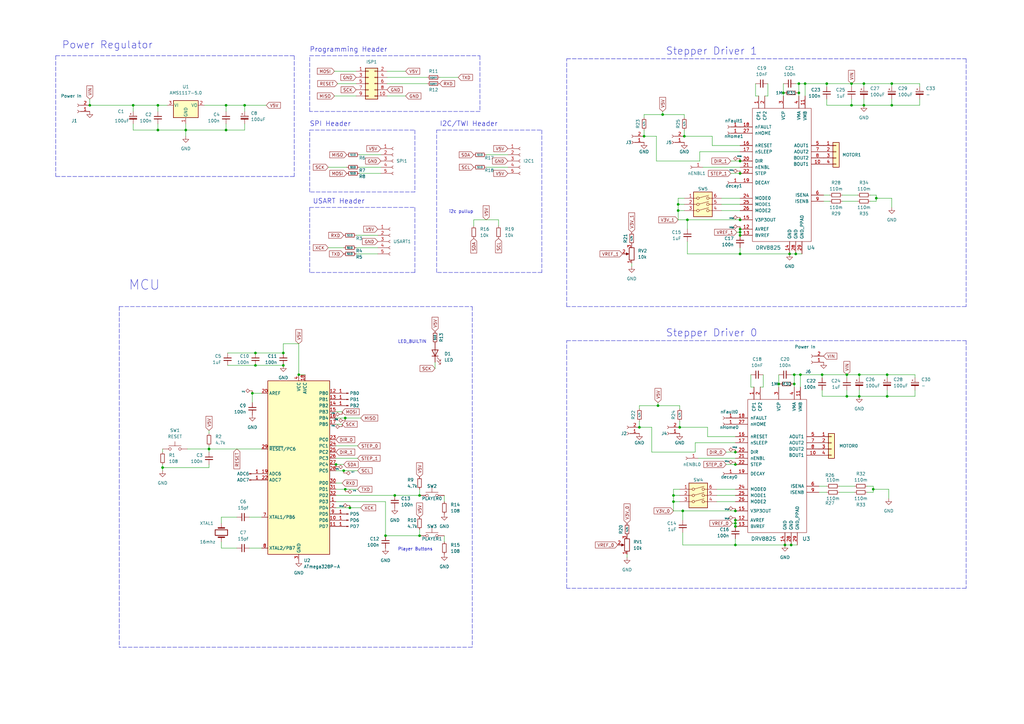
<source format=kicad_sch>
(kicad_sch (version 20211123) (generator eeschema)
  (paper "A3")
  (junction (at 349.25 43.18))
  (junction (at 276.225 203.2))
  (junction (at 278.13 83.82))
  (junction (at 354.33 43.18))
  (junction (at 323.85 104.14))
  (junction (at 326.39 104.14))
  (junction (at 321.31 38.1))
  (junction (at 116.205 149.86))
  (junction (at 303.53 66.04))
  (junction (at 92.71 53.34))
  (junction (at 301.625 185.42))
  (junction (at 303.53 90.17))
  (junction (at 352.425 153.67))
  (junction (at 262.255 175.26))
  (junction (at 352.425 162.56))
  (junction (at 140.97 193.04))
  (junction (at 280.035 209.55))
  (junction (at 324.485 223.52))
  (junction (at 276.225 205.74))
  (junction (at 271.78 46.99))
  (junction (at 301.625 215.9))
  (junction (at 303.53 95.25))
  (junction (at 328.295 153.67))
  (junction (at 365.76 43.18))
  (junction (at 365.76 34.29))
  (junction (at 303.53 93.98))
  (junction (at 303.53 96.52))
  (junction (at 76.2 53.34))
  (junction (at 54.61 43.18))
  (junction (at 104.775 144.78))
  (junction (at 172.085 219.71))
  (junction (at 141.605 171.45))
  (junction (at 358.14 200.66))
  (junction (at 301.625 214.63))
  (junction (at 321.945 223.52))
  (junction (at 158.115 219.71))
  (junction (at 301.625 223.52))
  (junction (at 36.83 43.18))
  (junction (at 92.71 43.18))
  (junction (at 143.51 208.28))
  (junction (at 141.605 200.66))
  (junction (at 281.94 90.17))
  (junction (at 278.765 175.26))
  (junction (at 303.53 104.14))
  (junction (at 330.2 34.29))
  (junction (at 161.925 203.2))
  (junction (at 325.755 157.48))
  (junction (at 339.09 34.29))
  (junction (at 264.16 55.88))
  (junction (at 349.25 34.29))
  (junction (at 66.675 191.77))
  (junction (at 122.555 153.67))
  (junction (at 303.53 71.12))
  (junction (at 301.625 190.5))
  (junction (at 363.855 153.67))
  (junction (at 280.67 55.88))
  (junction (at 100.33 43.18))
  (junction (at 137.795 190.5))
  (junction (at 278.13 86.36))
  (junction (at 172.085 203.2))
  (junction (at 327.66 34.29))
  (junction (at 363.855 162.56))
  (junction (at 104.775 149.86))
  (junction (at 347.345 162.56))
  (junction (at 103.505 161.29))
  (junction (at 301.625 209.55))
  (junction (at 269.875 166.37))
  (junction (at 354.33 34.29))
  (junction (at 319.405 157.48))
  (junction (at 325.755 153.67))
  (junction (at 116.205 144.78))
  (junction (at 301.625 213.36))
  (junction (at 327.66 38.1))
  (junction (at 347.345 153.67))
  (junction (at 85.725 184.15))
  (junction (at 359.41 81.28))
  (junction (at 64.77 43.18))
  (junction (at 337.185 153.67))
  (junction (at 64.77 53.34))
  (wire (pts (xy 359.41 80.01) (xy 359.41 81.28)))
  (wire (pts (xy 285.115 181.61) (xy 301.625 181.61)))
  (wire (pts (xy 377.19 43.18) (xy 365.76 43.18)))
  (wire (pts (xy 319.405 157.48) (xy 319.405 158.75)))
  (wire (pts (xy 337.185 162.56) (xy 347.345 162.56)))
  (wire (pts (xy 264.16 46.99) (xy 264.16 48.26)))
  (wire (pts (xy 267.335 175.26) (xy 262.255 175.26)))
  (wire (pts (xy 303.53 101.6) (xy 303.53 104.14)))
  (wire (pts (xy 54.61 43.18) (xy 54.61 45.72)))
  (wire (pts (xy 276.225 209.55) (xy 276.225 205.74)))
  (wire (pts (xy 323.85 104.14) (xy 326.39 104.14)))
  (wire (pts (xy 280.67 48.26) (xy 280.67 46.99)))
  (wire (pts (xy 278.765 167.64) (xy 278.765 166.37)))
  (wire (pts (xy 290.195 179.07) (xy 290.195 175.26)))
  (wire (pts (xy 276.225 200.66) (xy 278.765 200.66)))
  (wire (pts (xy 292.1 59.69) (xy 292.1 55.88)))
  (wire (pts (xy 269.875 166.37) (xy 262.255 166.37)))
  (wire (pts (xy 147.955 208.28) (xy 143.51 208.28)))
  (wire (pts (xy 303.53 93.98) (xy 303.53 95.25)))
  (wire (pts (xy 276.225 205.74) (xy 276.225 203.2)))
  (wire (pts (xy 204.47 92.71) (xy 204.47 90.17)))
  (wire (pts (xy 345.44 80.01) (xy 351.79 80.01)))
  (wire (pts (xy 375.285 160.02) (xy 375.285 162.56)))
  (wire (pts (xy 64.77 50.8) (xy 64.77 53.34)))
  (polyline (pts (xy 232.41 125.73) (xy 232.41 24.13)))
  (wire (pts (xy 347.345 160.02) (xy 347.345 162.56)))
  (wire (pts (xy 314.96 39.37) (xy 314.96 34.29)))
  (wire (pts (xy 345.44 82.55) (xy 351.79 82.55)))
  (wire (pts (xy 172.085 217.17) (xy 172.085 219.71)))
  (polyline (pts (xy 127 45.72) (xy 127 22.86)))
  (polyline (pts (xy 396.24 24.13) (xy 396.24 125.73)))
  (wire (pts (xy 278.13 86.36) (xy 280.67 86.36)))
  (wire (pts (xy 100.33 43.18) (xy 109.22 43.18)))
  (wire (pts (xy 116.205 144.78) (xy 116.205 140.97)))
  (wire (pts (xy 107.315 184.15) (xy 85.725 184.15)))
  (wire (pts (xy 375.285 162.56) (xy 363.855 162.56)))
  (wire (pts (xy 278.13 86.36) (xy 278.13 83.82)))
  (wire (pts (xy 161.925 203.2) (xy 172.085 203.2)))
  (wire (pts (xy 358.14 200.66) (xy 364.49 200.66)))
  (wire (pts (xy 147.32 71.12) (xy 156.21 71.12)))
  (wire (pts (xy 365.76 81.28) (xy 365.76 85.09)))
  (wire (pts (xy 352.425 162.56) (xy 347.345 162.56)))
  (polyline (pts (xy 396.24 125.73) (xy 232.41 125.73)))
  (wire (pts (xy 301.625 220.98) (xy 301.625 223.52)))
  (wire (pts (xy 66.675 190.5) (xy 66.675 191.77)))
  (wire (pts (xy 297.815 185.42) (xy 301.625 185.42)))
  (wire (pts (xy 158.115 205.74) (xy 137.795 205.74)))
  (wire (pts (xy 92.71 50.8) (xy 92.71 53.34)))
  (wire (pts (xy 359.41 81.28) (xy 359.41 82.55)))
  (wire (pts (xy 64.77 43.18) (xy 54.61 43.18)))
  (wire (pts (xy 147.32 63.5) (xy 156.21 63.5)))
  (wire (pts (xy 359.41 81.28) (xy 365.76 81.28)))
  (wire (pts (xy 137.795 193.04) (xy 140.97 193.04)))
  (polyline (pts (xy 179.07 53.34) (xy 222.25 53.34)))
  (wire (pts (xy 137.795 203.2) (xy 161.925 203.2)))
  (wire (pts (xy 356.87 82.55) (xy 359.41 82.55)))
  (wire (pts (xy 328.295 153.67) (xy 337.185 153.67)))
  (wire (pts (xy 326.39 104.14) (xy 328.93 104.14)))
  (wire (pts (xy 264.16 53.34) (xy 264.16 55.88)))
  (wire (pts (xy 311.785 158.75) (xy 313.055 158.75)))
  (wire (pts (xy 281.94 90.17) (xy 303.53 90.17)))
  (wire (pts (xy 321.31 38.1) (xy 321.31 39.37)))
  (polyline (pts (xy 232.41 241.3) (xy 232.41 139.7)))
  (wire (pts (xy 178.435 148.59) (xy 178.435 151.13)))
  (wire (pts (xy 309.245 158.75) (xy 307.975 158.75)))
  (wire (pts (xy 137.795 171.45) (xy 141.605 171.45)))
  (wire (pts (xy 324.485 223.52) (xy 327.025 223.52)))
  (wire (pts (xy 269.24 66.04) (xy 269.24 55.88)))
  (polyline (pts (xy 232.41 24.13) (xy 396.24 24.13)))
  (wire (pts (xy 377.19 34.29) (xy 377.19 35.56)))
  (wire (pts (xy 271.78 46.99) (xy 264.16 46.99)))
  (wire (pts (xy 354.33 34.29) (xy 365.76 34.29)))
  (wire (pts (xy 122.555 153.67) (xy 125.095 153.67)))
  (wire (pts (xy 363.855 153.67) (xy 363.855 154.94)))
  (wire (pts (xy 301.625 223.52) (xy 321.945 223.52)))
  (polyline (pts (xy 222.25 111.76) (xy 179.07 111.76)))
  (wire (pts (xy 64.77 45.72) (xy 64.77 43.18)))
  (wire (pts (xy 54.61 53.34) (xy 54.61 50.8)))
  (wire (pts (xy 321.945 223.52) (xy 324.485 223.52)))
  (polyline (pts (xy 179.07 111.76) (xy 179.07 53.34)))
  (wire (pts (xy 330.2 34.29) (xy 339.09 34.29)))
  (wire (pts (xy 365.76 43.18) (xy 354.33 43.18)))
  (polyline (pts (xy 48.895 125.73) (xy 193.675 125.73)))
  (polyline (pts (xy 129.54 22.86) (xy 196.85 22.86)))
  (polyline (pts (xy 396.24 139.7) (xy 396.24 241.3)))
  (wire (pts (xy 85.725 190.5) (xy 85.725 191.77)))
  (wire (pts (xy 295.91 86.36) (xy 303.53 86.36)))
  (wire (pts (xy 292.1 59.69) (xy 303.53 59.69)))
  (wire (pts (xy 339.09 34.29) (xy 339.09 35.56)))
  (polyline (pts (xy 127 78.74) (xy 127 53.34)))
  (wire (pts (xy 287.02 62.23) (xy 303.53 62.23)))
  (wire (pts (xy 278.13 90.17) (xy 278.13 86.36)))
  (wire (pts (xy 285.115 181.61) (xy 285.115 185.42)))
  (polyline (pts (xy 170.18 53.34) (xy 170.18 78.74)))
  (wire (pts (xy 259.08 107.95) (xy 259.08 109.22)))
  (wire (pts (xy 363.855 160.02) (xy 363.855 162.56)))
  (wire (pts (xy 327.66 38.1) (xy 327.025 38.1)))
  (wire (pts (xy 347.345 153.67) (xy 352.425 153.67)))
  (wire (pts (xy 326.39 34.29) (xy 327.66 34.29)))
  (wire (pts (xy 90.805 224.79) (xy 97.155 224.79)))
  (polyline (pts (xy 193.675 125.73) (xy 193.675 265.43)))
  (wire (pts (xy 102.235 224.79) (xy 107.315 224.79)))
  (wire (pts (xy 325.755 157.48) (xy 325.755 158.75)))
  (wire (pts (xy 76.2 53.34) (xy 76.2 55.88)))
  (wire (pts (xy 90.805 222.25) (xy 90.805 224.79)))
  (wire (pts (xy 321.31 34.29) (xy 321.31 38.1)))
  (wire (pts (xy 300.355 214.63) (xy 301.625 214.63)))
  (wire (pts (xy 147.32 68.58) (xy 156.21 68.58)))
  (wire (pts (xy 278.765 172.72) (xy 278.765 175.26)))
  (wire (pts (xy 103.505 161.29) (xy 107.315 161.29)))
  (wire (pts (xy 276.225 203.2) (xy 276.225 200.66)))
  (wire (pts (xy 278.13 83.82) (xy 278.13 81.28)))
  (wire (pts (xy 335.915 201.93) (xy 339.09 201.93)))
  (polyline (pts (xy 127 85.09) (xy 170.18 85.09)))
  (wire (pts (xy 311.15 39.37) (xy 309.88 39.37)))
  (wire (pts (xy 297.815 190.5) (xy 301.625 190.5)))
  (wire (pts (xy 134.62 101.6) (xy 140.97 101.6)))
  (wire (pts (xy 337.185 160.02) (xy 337.185 162.56)))
  (polyline (pts (xy 127 22.86) (xy 129.54 22.86)))
  (wire (pts (xy 339.09 34.29) (xy 349.25 34.29)))
  (wire (pts (xy 269.875 165.1) (xy 269.875 166.37)))
  (wire (pts (xy 64.77 53.34) (xy 76.2 53.34)))
  (polyline (pts (xy 170.18 111.76) (xy 127 111.76)))
  (wire (pts (xy 137.16 39.37) (xy 146.05 39.37)))
  (wire (pts (xy 182.245 203.2) (xy 182.245 205.74)))
  (wire (pts (xy 280.035 209.55) (xy 280.035 213.36)))
  (wire (pts (xy 328.295 153.67) (xy 325.755 153.67)))
  (wire (pts (xy 140.335 173.99) (xy 137.795 173.99)))
  (wire (pts (xy 134.62 68.58) (xy 142.24 68.58)))
  (polyline (pts (xy 193.675 265.43) (xy 48.895 265.43)))
  (wire (pts (xy 267.335 185.42) (xy 267.335 175.26)))
  (polyline (pts (xy 127 53.34) (xy 170.18 53.34)))
  (wire (pts (xy 352.425 153.67) (xy 352.425 154.94)))
  (wire (pts (xy 339.09 40.64) (xy 339.09 43.18)))
  (wire (pts (xy 299.72 66.04) (xy 303.53 66.04)))
  (wire (pts (xy 363.855 162.56) (xy 352.425 162.56)))
  (wire (pts (xy 294.005 203.2) (xy 301.625 203.2)))
  (wire (pts (xy 100.33 43.18) (xy 100.33 45.72)))
  (wire (pts (xy 377.19 40.64) (xy 377.19 43.18)))
  (wire (pts (xy 344.17 201.93) (xy 350.52 201.93)))
  (wire (pts (xy 365.76 34.29) (xy 377.19 34.29)))
  (wire (pts (xy 276.225 205.74) (xy 278.765 205.74)))
  (wire (pts (xy 76.2 50.8) (xy 76.2 53.34)))
  (wire (pts (xy 262.255 172.72) (xy 262.255 175.26)))
  (wire (pts (xy 66.675 191.77) (xy 66.675 193.04)))
  (wire (pts (xy 281.94 104.14) (xy 303.53 104.14)))
  (wire (pts (xy 278.13 90.17) (xy 281.94 90.17)))
  (wire (pts (xy 358.14 200.66) (xy 358.14 201.93)))
  (wire (pts (xy 100.33 50.8) (xy 100.33 53.34)))
  (wire (pts (xy 140.97 190.5) (xy 137.795 190.5)))
  (wire (pts (xy 271.78 45.72) (xy 271.78 46.99)))
  (wire (pts (xy 93.345 149.86) (xy 104.775 149.86)))
  (wire (pts (xy 309.88 39.37) (xy 309.88 34.29)))
  (wire (pts (xy 354.33 43.18) (xy 349.25 43.18)))
  (polyline (pts (xy 48.895 125.73) (xy 48.895 265.43)))
  (wire (pts (xy 280.035 223.52) (xy 301.625 223.52)))
  (wire (pts (xy 85.725 176.53) (xy 85.725 177.8)))
  (polyline (pts (xy 22.86 22.86) (xy 22.86 72.39)))
  (wire (pts (xy 280.67 46.99) (xy 271.78 46.99)))
  (wire (pts (xy 278.13 81.28) (xy 280.67 81.28)))
  (wire (pts (xy 354.33 40.64) (xy 354.33 43.18)))
  (wire (pts (xy 352.425 153.67) (xy 363.855 153.67)))
  (wire (pts (xy 204.47 90.17) (xy 194.31 90.17)))
  (wire (pts (xy 319.405 153.67) (xy 319.405 157.48)))
  (wire (pts (xy 36.83 43.18) (xy 54.61 43.18)))
  (wire (pts (xy 143.51 208.28) (xy 137.795 208.28)))
  (wire (pts (xy 280.035 209.55) (xy 301.625 209.55)))
  (polyline (pts (xy 396.24 241.3) (xy 232.41 241.3)))
  (wire (pts (xy 299.72 71.12) (xy 303.53 71.12)))
  (wire (pts (xy 180.34 31.75) (xy 187.96 31.75)))
  (wire (pts (xy 93.345 144.78) (xy 104.775 144.78)))
  (wire (pts (xy 137.795 182.88) (xy 146.685 182.88)))
  (wire (pts (xy 285.115 185.42) (xy 267.335 185.42)))
  (wire (pts (xy 287.02 66.04) (xy 269.24 66.04)))
  (wire (pts (xy 146.05 96.52) (xy 154.94 96.52)))
  (wire (pts (xy 280.035 218.44) (xy 280.035 223.52)))
  (wire (pts (xy 303.53 104.14) (xy 323.85 104.14)))
  (wire (pts (xy 262.255 166.37) (xy 262.255 167.64)))
  (polyline (pts (xy 170.18 85.09) (xy 170.18 111.76)))
  (wire (pts (xy 141.605 200.66) (xy 146.685 200.66)))
  (wire (pts (xy 290.195 175.26) (xy 278.765 175.26)))
  (wire (pts (xy 287.02 62.23) (xy 287.02 66.04)))
  (wire (pts (xy 138.43 34.29) (xy 146.05 34.29)))
  (wire (pts (xy 76.835 184.15) (xy 85.725 184.15)))
  (wire (pts (xy 365.76 34.29) (xy 365.76 35.56)))
  (wire (pts (xy 280.67 53.34) (xy 280.67 55.88)))
  (wire (pts (xy 327.66 34.29) (xy 327.66 38.1)))
  (wire (pts (xy 90.805 212.09) (xy 90.805 214.63)))
  (wire (pts (xy 158.75 31.75) (xy 175.26 31.75)))
  (wire (pts (xy 66.675 191.77) (xy 85.725 191.77)))
  (wire (pts (xy 85.725 184.15) (xy 85.725 185.42)))
  (wire (pts (xy 85.725 182.88) (xy 85.725 184.15)))
  (wire (pts (xy 276.225 203.2) (xy 278.765 203.2)))
  (wire (pts (xy 290.195 179.07) (xy 301.625 179.07)))
  (wire (pts (xy 90.805 212.09) (xy 97.155 212.09)))
  (wire (pts (xy 330.2 39.37) (xy 330.2 34.29)))
  (wire (pts (xy 328.295 158.75) (xy 328.295 153.67)))
  (wire (pts (xy 337.82 80.01) (xy 340.36 80.01)))
  (wire (pts (xy 278.765 166.37) (xy 269.875 166.37)))
  (wire (pts (xy 36.83 40.64) (xy 36.83 43.18)))
  (wire (pts (xy 363.855 153.67) (xy 375.285 153.67)))
  (wire (pts (xy 294.005 205.74) (xy 301.625 205.74)))
  (wire (pts (xy 257.175 227.33) (xy 257.175 228.6)))
  (wire (pts (xy 349.25 40.64) (xy 349.25 43.18)))
  (wire (pts (xy 344.17 199.39) (xy 350.52 199.39)))
  (wire (pts (xy 83.82 43.18) (xy 92.71 43.18)))
  (wire (pts (xy 349.25 34.29) (xy 349.25 35.56)))
  (wire (pts (xy 301.625 214.63) (xy 301.625 215.9)))
  (wire (pts (xy 307.975 158.75) (xy 307.975 153.67)))
  (wire (pts (xy 182.245 219.71) (xy 182.245 222.25)))
  (wire (pts (xy 302.26 95.25) (xy 303.53 95.25)))
  (wire (pts (xy 337.185 153.67) (xy 347.345 153.67)))
  (wire (pts (xy 158.75 39.37) (xy 166.37 39.37)))
  (wire (pts (xy 194.31 90.17) (xy 194.31 92.71)))
  (wire (pts (xy 295.91 81.28) (xy 303.53 81.28)))
  (wire (pts (xy 319.405 157.48) (xy 320.04 157.48)))
  (wire (pts (xy 347.345 153.67) (xy 347.345 154.94)))
  (wire (pts (xy 327.66 38.1) (xy 327.66 39.37)))
  (wire (pts (xy 292.1 55.88) (xy 280.67 55.88)))
  (wire (pts (xy 355.6 201.93) (xy 358.14 201.93)))
  (wire (pts (xy 172.085 200.66) (xy 172.085 203.2)))
  (wire (pts (xy 321.945 38.1) (xy 321.31 38.1)))
  (wire (pts (xy 337.185 153.67) (xy 337.185 154.94)))
  (wire (pts (xy 354.33 34.29) (xy 354.33 35.56)))
  (wire (pts (xy 140.97 193.04) (xy 146.685 193.04)))
  (wire (pts (xy 199.39 63.5) (xy 208.28 63.5)))
  (wire (pts (xy 141.605 171.45) (xy 147.955 171.45)))
  (wire (pts (xy 103.505 165.1) (xy 103.505 161.29)))
  (wire (pts (xy 281.94 90.17) (xy 281.94 93.98)))
  (wire (pts (xy 325.12 157.48) (xy 325.755 157.48)))
  (wire (pts (xy 116.205 140.97) (xy 122.555 140.97)))
  (wire (pts (xy 375.285 153.67) (xy 375.285 154.94)))
  (wire (pts (xy 301.625 213.36) (xy 301.625 214.63)))
  (wire (pts (xy 102.235 212.09) (xy 107.315 212.09)))
  (wire (pts (xy 158.75 34.29) (xy 175.26 34.29)))
  (wire (pts (xy 104.775 144.78) (xy 116.205 144.78)))
  (wire (pts (xy 199.39 68.58) (xy 208.28 68.58)))
  (polyline (pts (xy 196.85 22.86) (xy 196.85 45.72)))
  (wire (pts (xy 137.16 29.21) (xy 146.05 29.21)))
  (wire (pts (xy 137.795 187.96) (xy 146.685 187.96)))
  (wire (pts (xy 295.91 83.82) (xy 303.53 83.82)))
  (wire (pts (xy 313.055 158.75) (xy 313.055 153.67)))
  (wire (pts (xy 64.77 43.18) (xy 68.58 43.18)))
  (wire (pts (xy 146.05 101.6) (xy 154.94 101.6)))
  (wire (pts (xy 276.225 209.55) (xy 280.035 209.55)))
  (wire (pts (xy 337.82 82.55) (xy 340.36 82.55)))
  (wire (pts (xy 288.29 68.58) (xy 303.53 68.58)))
  (wire (pts (xy 92.71 43.18) (xy 100.33 43.18)))
  (polyline (pts (xy 170.18 78.74) (xy 127 78.74)))
  (wire (pts (xy 349.25 34.29) (xy 354.33 34.29)))
  (wire (pts (xy 358.14 199.39) (xy 358.14 200.66)))
  (wire (pts (xy 324.485 153.67) (xy 325.755 153.67)))
  (wire (pts (xy 146.05 104.14) (xy 154.94 104.14)))
  (wire (pts (xy 66.675 184.15) (xy 66.675 185.42)))
  (wire (pts (xy 365.76 40.64) (xy 365.76 43.18)))
  (wire (pts (xy 140.335 198.12) (xy 137.795 198.12)))
  (polyline (pts (xy 196.85 45.72) (xy 127 45.72)))
  (wire (pts (xy 104.775 149.86) (xy 116.205 149.86)))
  (wire (pts (xy 122.555 140.97) (xy 122.555 153.67)))
  (wire (pts (xy 286.385 187.96) (xy 301.625 187.96)))
  (wire (pts (xy 92.71 53.34) (xy 76.2 53.34)))
  (wire (pts (xy 364.49 200.66) (xy 364.49 204.47)))
  (wire (pts (xy 158.115 219.71) (xy 172.085 219.71)))
  (wire (pts (xy 356.87 80.01) (xy 359.41 80.01)))
  (polyline (pts (xy 232.41 139.7) (xy 396.24 139.7)))
  (polyline (pts (xy 222.25 53.34) (xy 222.25 111.76)))
  (wire (pts (xy 352.425 160.02) (xy 352.425 162.56)))
  (wire (pts (xy 303.53 95.25) (xy 303.53 96.52)))
  (polyline (pts (xy 127 111.76) (xy 127 85.09)))
  (wire (pts (xy 294.005 200.66) (xy 301.625 200.66)))
  (wire (pts (xy 313.69 39.37) (xy 314.96 39.37)))
  (wire (pts (xy 269.24 55.88) (xy 264.16 55.88)))
  (wire (pts (xy 281.94 99.06) (xy 281.94 104.14)))
  (wire (pts (xy 335.915 199.39) (xy 339.09 199.39)))
  (wire (pts (xy 92.71 43.18) (xy 92.71 45.72)))
  (wire (pts (xy 325.755 153.67) (xy 325.755 157.48)))
  (wire (pts (xy 355.6 199.39) (xy 358.14 199.39)))
  (wire (pts (xy 92.71 53.34) (xy 100.33 53.34)))
  (polyline (pts (xy 120.65 72.39) (xy 22.86 72.39)))
  (wire (pts (xy 137.795 200.66) (xy 141.605 200.66)))
  (wire (pts (xy 278.13 83.82) (xy 280.67 83.82)))
  (wire (pts (xy 158.115 219.71) (xy 158.115 205.74)))
  (polyline (pts (xy 120.65 22.86) (xy 120.65 72.39)))
  (wire (pts (xy 158.75 29.21) (xy 166.37 29.21)))
  (wire (pts (xy 339.09 43.18) (xy 349.25 43.18)))
  (wire (pts (xy 330.2 34.29) (xy 327.66 34.29)))
  (wire (pts (xy 140.335 168.91) (xy 137.795 168.91)))
  (polyline (pts (xy 22.86 22.86) (xy 120.65 22.86)))
  (wire (pts (xy 64.77 53.34) (xy 54.61 53.34)))
  (text "Player Buttons" (at 163.195 226.06 0) (effects (font (size 1.27 1.27)) (justify left bottom)))
  (text "Stepper Driver 0" (at 273.05 138.43 0) (effects (font (size 3 3)) (justify left bottom)))
  (text "USART Header" (at 128.27 83.82 0) (effects (font (size 2 2)) (justify left bottom)))
  (text "SPI Header" (at 127 52.07 0) (effects (font (size 2 2)) (justify left bottom)))
  (text "i2c pullup" (at 184.15 87.63 0) (effects (font (size 1.27 1.27)) (justify left bottom)))
  (text "I2C/TWI Header" (at 180.34 52.07 0) (effects (font (size 2 2)) (justify left bottom)))
  (text "MCU" (at 52.705 119.38 0) (effects (font (size 4 4)) (justify left bottom)))
  (text "Stepper Driver 1" (at 273.05 22.86 0) (effects (font (size 3 3)) (justify left bottom)))
  (text "LED_BUILTIN" (at 163.195 140.97 0) (effects (font (size 1.27 1.27)) (justify left bottom)))
  (text "Power Regulator" (at 25.4 20.32 0) (effects (font (size 3 3)) (justify left bottom)))
  (text "Programming Header" (at 127 21.59 0) (effects (font (size 2 2)) (justify left bottom)))
  (global_label "TXD" (shape input) (at 140.97 104.14 180) (property "Intersheet References" "${INTERSHEET_REFS}" (effects hide)))
  (global_label "SCK" (shape input) (at 140.335 173.99 0) (property "Intersheet References" "${INTERSHEET_REFS}" (effects hide)))
  (global_label "V5V" (shape input) (at 85.725 176.53 90) (property "Intersheet References" "${INTERSHEET_REFS}" (effects hide)))
  (global_label "RESET" (shape input) (at 138.43 34.29 180) (property "Intersheet References" "${INTERSHEET_REFS}" (effects hide)))
  (global_label "V5V" (shape input) (at 269.875 165.1 90) (property "Intersheet References" "${INTERSHEET_REFS}" (effects hide)))
  (global_label "V5V" (shape input) (at 154.94 93.98 180) (property "Intersheet References" "${INTERSHEET_REFS}" (effects hide)))
  (global_label "V5V" (shape input) (at 208.28 71.12 180) (property "Intersheet References" "${INTERSHEET_REFS}" (effects hide)))
  (global_label "V3V_1" (shape input) (at 259.08 95.25 90) (property "Intersheet References" "${INTERSHEET_REFS}" (effects hide)))
  (global_label "VREF_1" (shape input) (at 255.27 104.14 180) (property "Intersheet References" "${INTERSHEET_REFS}" (effects hide)))
  (global_label "VREF_1" (shape input) (at 302.26 95.25 180) (property "Intersheet References" "${INTERSHEET_REFS}" (effects hide)))
  (global_label "GND" (shape input) (at 146.05 31.75 180) (property "Intersheet References" "${INTERSHEET_REFS}" (effects hide)))
  (global_label "SDA" (shape input) (at 194.31 63.5 180) (property "Intersheet References" "${INTERSHEET_REFS}" (effects hide)))
  (global_label "SCL" (shape input) (at 204.47 97.79 270) (property "Intersheet References" "${INTERSHEET_REFS}" (effects hide)))
  (global_label "DIR_1" (shape input) (at 299.72 66.04 180) (property "Intersheet References" "${INTERSHEET_REFS}" (effects hide)))
  (global_label "DIR_1" (shape input) (at 137.795 185.42 0) (property "Intersheet References" "${INTERSHEET_REFS}" (effects hide)))
  (global_label "V5V" (shape input) (at 166.37 29.21 0) (property "Intersheet References" "${INTERSHEET_REFS}" (effects hide)))
  (global_label "V5V" (shape input) (at 199.39 90.17 90) (property "Intersheet References" "${INTERSHEET_REFS}" (effects hide)))
  (global_label "MISO" (shape input) (at 137.16 39.37 180) (property "Intersheet References" "${INTERSHEET_REFS}" (effects hide)))
  (global_label "SDA" (shape input) (at 194.31 97.79 270) (property "Intersheet References" "${INTERSHEET_REFS}" (effects hide)))
  (global_label "V5V" (shape input) (at 172.085 195.58 90) (property "Intersheet References" "${INTERSHEET_REFS}" (effects hide)))
  (global_label "VIN" (shape input) (at 347.345 153.67 90) (property "Intersheet References" "${INTERSHEET_REFS}" (effects hide)))
  (global_label "SCK" (shape input) (at 134.62 68.58 180) (property "Intersheet References" "${INTERSHEET_REFS}" (effects hide)))
  (global_label "MOSI" (shape input) (at 140.335 168.91 0) (property "Intersheet References" "${INTERSHEET_REFS}" (effects hide)))
  (global_label "V5V" (shape input) (at 208.28 60.96 180) (property "Intersheet References" "${INTERSHEET_REFS}" (effects hide)))
  (global_label "GND" (shape input) (at 158.75 36.83 0) (property "Intersheet References" "${INTERSHEET_REFS}" (effects hide)))
  (global_label "VREF_0" (shape input) (at 253.365 223.52 180) (property "Intersheet References" "${INTERSHEET_REFS}" (effects hide)))
  (global_label "RXD" (shape input) (at 180.34 34.29 0) (property "Intersheet References" "${INTERSHEET_REFS}" (effects hide)))
  (global_label "V5V" (shape input) (at 172.085 212.09 90) (property "Intersheet References" "${INTERSHEET_REFS}" (effects hide)))
  (global_label "VIN" (shape input) (at 349.25 34.29 90) (property "Intersheet References" "${INTERSHEET_REFS}" (effects hide)))
  (global_label "DIR_0" (shape input) (at 137.795 180.34 0) (property "Intersheet References" "${INTERSHEET_REFS}" (effects hide)))
  (global_label "GND" (shape input) (at 434.34 313.69 90) (property "Intersheet References" "${INTERSHEET_REFS}" (effects hide)))
  (global_label "STEP_1" (shape input) (at 299.72 71.12 180) (property "Intersheet References" "${INTERSHEET_REFS}" (effects hide)))
  (global_label "GND" (shape input) (at 156.21 66.04 180) (property "Intersheet References" "${INTERSHEET_REFS}" (effects hide)))
  (global_label "VIN" (shape input) (at 337.82 146.05 0) (property "Intersheet References" "${INTERSHEET_REFS}" (effects hide)))
  (global_label "V3V_0" (shape input) (at 276.225 209.55 180) (property "Intersheet References" "${INTERSHEET_REFS}" (effects hide)))
  (global_label "VIN" (shape input) (at 36.83 40.64 90) (property "Intersheet References" "${INTERSHEET_REFS}" (effects hide)))
  (global_label "SCK" (shape input) (at 146.05 36.83 180) (property "Intersheet References" "${INTERSHEET_REFS}" (effects hide)))
  (global_label "MOSI" (shape input) (at 142.24 71.12 180) (property "Intersheet References" "${INTERSHEET_REFS}" (effects hide)))
  (global_label "RXD" (shape input) (at 140.335 198.12 0) (property "Intersheet References" "${INTERSHEET_REFS}" (effects hide)))
  (global_label "TXD" (shape input) (at 146.685 200.66 0) (property "Intersheet References" "${INTERSHEET_REFS}" (effects hide)))
  (global_label "V3V_0" (shape input) (at 257.175 214.63 90) (property "Intersheet References" "${INTERSHEET_REFS}" (effects hide)))
  (global_label "MISO" (shape input) (at 147.955 171.45 0) (property "Intersheet References" "${INTERSHEET_REFS}" (effects hide)))
  (global_label "GND" (shape input) (at 166.37 39.37 0) (property "Intersheet References" "${INTERSHEET_REFS}" (effects hide)))
  (global_label "V5V" (shape input) (at 271.78 45.72 90) (property "Intersheet References" "${INTERSHEET_REFS}" (effects hide)))
  (global_label "XCK" (shape input) (at 147.955 208.28 0) (property "Intersheet References" "${INTERSHEET_REFS}" (effects hide)))
  (global_label "DIR_0" (shape input) (at 297.815 185.42 180) (property "Intersheet References" "${INTERSHEET_REFS}" (effects hide)))
  (global_label "SCL" (shape input) (at 146.685 193.04 0) (property "Intersheet References" "${INTERSHEET_REFS}" (effects hide)))
  (global_label "RXD" (shape input) (at 140.97 96.52 180) (property "Intersheet References" "${INTERSHEET_REFS}" (effects hide)))
  (global_label "V3V_1" (shape input) (at 278.13 90.17 180) (property "Intersheet References" "${INTERSHEET_REFS}" (effects hide)))
  (global_label "STEP_0" (shape input) (at 146.685 182.88 0) (property "Intersheet References" "${INTERSHEET_REFS}" (effects hide)))
  (global_label "GND" (shape input) (at 208.28 66.04 180) (property "Intersheet References" "${INTERSHEET_REFS}" (effects hide)))
  (global_label "STEP_0" (shape input) (at 297.815 190.5 180) (property "Intersheet References" "${INTERSHEET_REFS}" (effects hide)))
  (global_label "GND" (shape input) (at 154.94 99.06 180) (property "Intersheet References" "${INTERSHEET_REFS}" (effects hide)))
  (global_label "SCL" (shape input) (at 194.31 68.58 180) (property "Intersheet References" "${INTERSHEET_REFS}" (effects hide)))
  (global_label "V5V" (shape input) (at 122.555 140.97 90) (property "Intersheet References" "${INTERSHEET_REFS}" (effects hide)))
  (global_label "RESET" (shape input) (at 97.155 184.15 270) (property "Intersheet References" "${INTERSHEET_REFS}" (effects hide)))
  (global_label "MISO" (shape input) (at 142.24 63.5 180) (property "Intersheet References" "${INTERSHEET_REFS}" (effects hide)))
  (global_label "V5V" (shape input) (at 156.21 60.96 180) (property "Intersheet References" "${INTERSHEET_REFS}" (effects hide)))
  (global_label "XCK" (shape input) (at 134.62 101.6 180) (property "Intersheet References" "${INTERSHEET_REFS}" (effects hide)))
  (global_label "STEP_1" (shape input) (at 146.685 187.96 0) (property "Intersheet References" "${INTERSHEET_REFS}" (effects hide)))
  (global_label "V5V" (shape input) (at 178.435 135.89 90) (property "Intersheet References" "${INTERSHEET_REFS}" (effects hide)))
  (global_label "V5V" (shape input) (at 109.22 43.18 0) (property "Intersheet References" "${INTERSHEET_REFS}" (effects hide)))
  (global_label "SDA" (shape input) (at 140.97 190.5 0) (property "Intersheet References" "${INTERSHEET_REFS}" (effects hide)))
  (global_label "VREF_0" (shape input) (at 300.355 214.63 180) (property "Intersheet References" "${INTERSHEET_REFS}" (effects hide)))
  (global_label "SCK" (shape input) (at 178.435 151.13 180) (property "Intersheet References" "${INTERSHEET_REFS}" (effects hide)))
  (global_label "TXD" (shape input) (at 187.96 31.75 0) (property "Intersheet References" "${INTERSHEET_REFS}" (effects hide)))
  (global_label "MOSI" (shape input) (at 137.16 29.21 180) (property "Intersheet References" "${INTERSHEET_REFS}" (effects hide)))
  (symbol (lib_id "Device:C_Small") (at 281.94 96.52 0) (mirror y) (unit 1)
    (property "Reference" "C15" (at 279.4 95.2562 0) (effects (justify left)))
    (property "Value" "1uF" (at 279.4 97.7962 0) (effects (justify left)))
    (property "Footprint" "Capacitor_SMD:C_0805_2012Metric" (effects hide))
  )
  (symbol (lib_id "power:GND") (at 76.2 55.88 0) (unit 1)
    (property "Reference" "#PWR03" (effects hide))
    (property "Value" "GND" (at 76.2 60.96 0))
  )
  (symbol (lib_id "power:GND") (at 354.33 43.18 0) (unit 1)
    (property "Reference" "#PWR019" (effects hide))
    (property "Value" "GND" (at 354.33 48.26 0))
  )
  (symbol (lib_id "Device:R_Small") (at 85.725 180.34 0) (unit 1)
    (property "Reference" "R2" (at 88.265 179.0699 0) (effects (justify left)))
    (property "Value" "4.7k" (at 88.265 181.6099 0) (effects (justify left)))
    (property "Footprint" "Resistor_SMD:R_0805_2012Metric_Pad1.20x1.40mm_HandSolder" (effects hide))
  )
  (symbol (lib_id "Device:C_Small") (at 303.53 99.06 0) (mirror y) (unit 1)
    (property "Reference" "C17" (at 300.99 97.7962 0) (effects (justify left)))
    (property "Value" "100n" (at 300.99 100.3362 0) (effects (justify left)))
    (property "Footprint" "Capacitor_SMD:C_0805_2012Metric" (effects hide))
  )
  (symbol (lib_id "Connector:Conn_01x01_Female") (at 298.45 52.07 180) (unit 1)
    (property "Reference" "nFault1" (at 300.99 49.53 0))
    (property "Value" "-" (effects hide))
    (property "Footprint" "Connector_PinHeader_2.54mm:PinHeader_1x01_P2.54mm_Vertical" (effects hide))
  )
  (symbol (lib_id "Device:C_Small") (at 99.695 224.79 90) (unit 1)
    (property "Reference" "C7" (at 99.7013 218.44 90))
    (property "Value" "15pf" (at 99.7013 220.98 90))
    (property "Footprint" "Capacitor_SMD:C_0805_2012Metric" (effects hide))
  )
  (symbol (lib_id "Connector:TestPoint_Alt") (at 140.335 168.91 0) (mirror x) (unit 1)
    (property "Reference" "TP5" (at 135.89 169.545 0) (effects (font (size 0.5 0.5)) (justify left)))
    (property "Value" "-" (effects hide))
    (property "Footprint" "lib:testpoint" (effects hide))
  )
  (symbol (lib_id "EREBUS-DRV025A-cache:EREBUS-DRV025A-rescue_DRV8825") (at 320.675 193.04 0) (unit 1)
    (property "Reference" "U3" (at 329.0444 220.98 0) (effects (font (size 1.524 1.524)) (justify left)))
    (property "Value" "DRV8825" (at 307.975 220.98 0) (effects (font (size 1.524 1.524)) (justify left)))
    (property "Footprint" "lib:HTSSOP-28_4.4x9.7mm_Pitch0.65mm_ThermalPad" (effects hide))
    (property "Datasheet" "https://www.ti.com/lit/ds/symlink/drv8825.pdf" (effects hide))
  )
  (symbol (lib_id "power:GND") (at 182.245 210.82 0) (unit 1)
    (property "Reference" "#PWR09" (effects hide))
    (property "Value" "GND" (at 182.245 215.9 0))
  )
  (symbol (lib_id "Connector:TestPoint_Alt") (at 303.53 66.04 0) (unit 1)
    (property "Reference" "TP20" (at 302.26 64.135 0) (effects (font (size 0.5 0.5)) (justify left)))
    (property "Value" "-" (effects hide))
    (property "Footprint" "lib:testpoint" (effects hide))
  )
  (symbol (lib_id "power:GND") (at 364.49 204.47 0) (unit 1)
    (property "Reference" "#PWR0104" (effects hide))
    (property "Value" "GND" (at 364.49 209.55 0))
  )
  (symbol (lib_id "Connector:Conn_01x01_Male") (at 142.875 213.36 180) (unit 1)
    (property "Reference" "PD6" (at 145.415 213.36 0))
    (property "Value" "-" (effects hide))
    (property "Footprint" "Connector_PinHeader_2.54mm:PinHeader_1x01_P2.54mm_Vertical" (effects hide))
  )
  (symbol (lib_id "Connector:TestPoint_Alt") (at 303.53 93.98 0) (unit 1)
    (property "Reference" "TP26" (at 299.085 93.345 0) (effects (font (size 0.5 0.5)) (justify left)))
    (property "Value" "-" (effects hide))
    (property "Footprint" "lib:testpoint" (effects hide))
  )
  (symbol (lib_id "Device:R_Small") (at 143.51 101.6 90) (unit 1)
    (property "Reference" "R4" (at 147.32 102.87 90))
    (property "Value" "510" (at 143.51 101.6 90) (effects (font (size 0.8 0.8))))
    (property "Footprint" "Resistor_SMD:R_0805_2012Metric_Pad1.20x1.40mm_HandSolder" (effects hide))
  )
  (symbol (lib_id "Switch:SW_Push") (at 177.165 219.71 0) (unit 1)
    (property "Reference" "SW3" (at 177.165 215.9 0))
    (property "Value" "PLAYER1" (at 177.165 220.98 0))
    (property "Footprint" "Connector_PinHeader_2.54mm:PinHeader_1x02_P2.54mm_Vertical" (effects hide))
  )
  (symbol (lib_id "Device:R_Small") (at 196.85 63.5 90) (unit 1)
    (property "Reference" "R17" (at 200.66 64.77 90))
    (property "Value" "510" (at 196.85 63.5 90) (effects (font (size 0.8 0.8))))
    (property "Footprint" "Resistor_SMD:R_0805_2012Metric_Pad1.20x1.40mm_HandSolder" (effects hide))
  )
  (symbol (lib_id "Connector:Conn_01x02_Female") (at 273.685 177.8 180) (unit 1)
    (property "Reference" "J4" (at 272.415 177.8 0))
    (property "Value" "RST" (effects hide))
    (property "Footprint" "Connector_PinHeader_2.54mm:PinHeader_1x02_P2.54mm_Vertical" (effects hide))
  )
  (symbol (lib_id "Connector:Conn_01x01_Male") (at 142.875 210.82 180) (unit 1)
    (property "Reference" "PD5" (at 145.415 210.82 0))
    (property "Value" "-" (effects hide))
    (property "Footprint" "Connector_PinHeader_2.54mm:PinHeader_1x01_P2.54mm_Vertical" (effects hide))
  )
  (symbol (lib_id "power:GND") (at 434.34 313.69 0) (unit 1)
    (property "Reference" "#PWR021" (effects hide))
    (property "Value" "GND" (at 434.34 318.77 0))
  )
  (symbol (lib_id "Connector:Conn_01x01_Male") (at 102.235 194.31 0) (unit 1)
    (property "Reference" "ADC6" (at 99.695 194.31 0))
    (property "Value" "-" (effects hide))
    (property "Footprint" "Connector_PinHeader_2.54mm:PinHeader_1x01_P2.54mm_Vertical" (effects hide))
  )
  (symbol (lib_id "power:GND") (at 337.82 148.59 0) (unit 1)
    (property "Reference" "#PWR0102" (effects hide))
    (property "Value" "GND" (effects hide))
  )
  (symbol (lib_id "Device:C_Polarized_Small") (at 100.33 48.26 0) (unit 1)
    (property "Reference" "C8" (at 102.87 46.4438 0) (effects (justify left)))
    (property "Value" "100uF" (at 102.87 48.9838 0) (effects (justify left)))
    (property "Footprint" "Capacitor_THT:CP_Radial_D10.0mm_P5.00mm" (effects hide))
    (property "Datasheet" "REA101M1JBK-1012P" (effects hide))
  )
  (symbol (lib_id "Connector:Conn_01x05_Female") (at 161.29 66.04 0) (unit 1)
    (property "Reference" "SPI1" (at 162.56 66.0399 0) (effects (justify left)))
    (property "Value" "-" (effects hide))
    (property "Footprint" "Connector_PinHeader_2.54mm:PinHeader_1x05_P2.54mm_Vertical" (effects hide))
  )
  (symbol (lib_id "Device:R_Small") (at 341.63 201.93 270) (mirror x) (unit 1)
    (property "Reference" "R27" (at 340.36 206.375 90))
    (property "Value" "110m" (at 341.63 204.47 90))
    (property "Footprint" "Resistor_SMD:R_0612_1632Metric_Pad1.18x3.40mm_HandSolder" (effects hide))
  )
  (symbol (lib_id "Switch:SW_DIP_x03") (at 286.385 205.74 0) (unit 1)
    (property "Reference" "SW4" (at 286.385 196.85 0))
    (property "Value" "MODE" (effects hide))
    (property "Footprint" "Button_Switch_THT:SW_DIP_SPSTx03_Slide_6.7x9.18mm_W7.62mm_P2.54mm_LowProfile" (effects hide))
  )
  (symbol (lib_id "Connector:TestPoint_Alt") (at 301.625 213.36 0) (unit 1)
    (property "Reference" "TP19" (at 297.18 212.725 0) (effects (font (size 0.5 0.5)) (justify left)))
    (property "Value" "-" (effects hide))
    (property "Footprint" "lib:testpoint" (effects hide))
  )
  (symbol (lib_id "Connector:Conn_01x01_Male") (at 142.875 161.29 180) (unit 1)
    (property "Reference" "PB0" (at 145.415 161.29 0))
    (property "Value" "-" (effects hide))
    (property "Footprint" "Connector_PinHeader_2.54mm:PinHeader_1x01_P2.54mm_Vertical" (effects hide))
  )
  (symbol (lib_id "Connector:Conn_01x02_Female") (at 257.175 177.8 180) (unit 1)
    (property "Reference" "J2" (at 255.905 177.8 0))
    (property "Value" "RST" (effects hide))
    (property "Footprint" "Connector_PinHeader_2.54mm:PinHeader_1x02_P2.54mm_Vertical" (effects hide))
  )
  (symbol (lib_id "Device:LED") (at 178.435 144.78 90) (unit 1)
    (property "Reference" "D1" (at 182.245 145.0974 90) (effects (justify right)))
    (property "Value" "LED" (at 182.245 147.6374 90) (effects (justify right)))
    (property "Footprint" "LED_THT:LED_D5.0mm" (effects hide))
  )
  (symbol (lib_id "power:GND") (at 259.08 109.22 0) (unit 1)
    (property "Reference" "#PWR012" (effects hide))
    (property "Value" "GND" (at 259.08 114.3 0))
  )
  (symbol (lib_id "Connector:Conn_01x01_Female") (at 296.545 194.31 180) (unit 1)
    (property "Reference" "decay0" (at 299.085 195.58 0))
    (property "Value" "-" (effects hide))
    (property "Footprint" "Connector_PinHeader_2.54mm:PinHeader_1x01_P2.54mm_Vertical" (effects hide))
  )
  (symbol (lib_id "Device:R_Small") (at 354.33 80.01 270) (unit 1)
    (property "Reference" "R34" (at 354.33 74.93 90))
    (property "Value" "110m" (at 354.33 77.47 90))
    (property "Footprint" "Resistor_SMD:R_0612_1632Metric_Pad1.18x3.40mm_HandSolder" (effects hide))
  )
  (symbol (lib_id "Connector_Generic:Conn_02x05_Odd_Even") (at 151.13 34.29 0) (unit 1)
    (property "Reference" "ISP1" (at 152.4 25.4 0))
    (property "Value" "ISP" (effects hide))
    (property "Footprint" "Connector_PinHeader_2.54mm:PinHeader_2x05_P2.54mm_Vertical" (effects hide))
  )
  (symbol (lib_id "power:GND") (at 158.115 224.79 0) (unit 1)
    (property "Reference" "#PWR07" (effects hide))
    (property "Value" "GND" (at 158.115 229.87 0))
  )
  (symbol (lib_id "Device:C_Small") (at 104.775 147.32 0) (mirror y) (unit 1)
    (property "Reference" "C10" (at 102.235 146.0562 0) (effects (justify left)))
    (property "Value" "100n" (at 102.235 148.5962 0) (effects (justify left)))
    (property "Footprint" "Capacitor_SMD:C_0805_2012Metric" (effects hide))
  )
  (symbol (lib_id "Device:R_Small") (at 342.9 80.01 270) (unit 1)
    (property "Reference" "R28" (at 342.9 74.93 90))
    (property "Value" "110m" (at 342.9 77.47 90))
    (property "Footprint" "Resistor_SMD:R_0612_1632Metric_Pad1.18x3.40mm_HandSolder" (effects hide))
  )
  (symbol (lib_id "power:GND") (at 122.555 229.87 0) (unit 1)
    (property "Reference" "#PWR06" (effects hide))
    (property "Value" "GND" (at 122.555 234.95 0))
  )
  (symbol (lib_id "Connector:TestPoint_Alt") (at 143.51 208.28 0) (unit 1)
    (property "Reference" "TP10" (at 139.065 207.645 0) (effects (font (size 0.5 0.5)) (justify left)))
    (property "Value" "-" (effects hide))
    (property "Footprint" "lib:testpoint" (effects hide))
  )
  (symbol (lib_id "Connector_Generic:Conn_01x04") (at 342.9 62.23 0) (unit 1)
    (property "Reference" "MOTOR1" (at 345.44 63.4999 0) (effects (justify left)))
    (property "Value" "-" (effects hide))
    (property "Footprint" "Connector_PinHeader_2.54mm:PinHeader_1x04_P2.54mm_Vertical" (effects hide))
  )
  (symbol (lib_id "Connector:Conn_01x05_Female") (at 213.36 66.04 0) (unit 1)
    (property "Reference" "I2C1" (at 214.63 66.0399 0) (effects (justify left)))
    (property "Value" "-" (effects hide))
    (property "Footprint" "Connector_PinHeader_2.54mm:PinHeader_1x05_P2.54mm_Vertical" (effects hide))
  )
  (symbol (lib_id "Device:R_Small") (at 353.06 201.93 270) (mirror x) (unit 1)
    (property "Reference" "R33" (at 353.06 207.01 90))
    (property "Value" "110m" (at 353.06 204.47 90))
    (property "Footprint" "Resistor_SMD:R_0612_1632Metric_Pad1.18x3.40mm_HandSolder" (effects hide))
  )
  (symbol (lib_id "Device:C_Small") (at 349.25 38.1 0) (mirror y) (unit 1)
    (property "Reference" "C25" (at 346.71 36.8362 0) (effects (justify left)))
    (property "Value" "1uF" (at 346.71 39.3762 0) (effects (justify left)))
    (property "Footprint" "Capacitor_SMD:C_0805_2012Metric" (effects hide))
  )
  (symbol (lib_id "Device:C_Polarized_Small") (at 377.19 38.1 0) (unit 1)
    (property "Reference" "C33" (at 379.73 36.2838 0) (effects (justify left)))
    (property "Value" "-" (at 379.73 38.8238 0) (effects (justify left)))
    (property "Footprint" "Capacitor_THT:CP_Radial_D10.0mm_P5.00mm" (effects hide))
    (property "Datasheet" "REA101M1JBK-1012P" (effects hide))
  )
  (symbol (lib_id "Device:R_Potentiometer") (at 257.175 223.52 180) (unit 1)
    (property "Reference" "RV1" (at 259.715 222.2499 0) (effects (justify right)))
    (property "Value" "10k" (at 259.715 224.7899 0) (effects (justify right)))
    (property "Footprint" "Connector_PinHeader_2.54mm:PinHeader_1x03_P2.54mm_Vertical" (effects hide))
  )
  (symbol (lib_id "Switch:SW_Push") (at 71.755 184.15 0) (unit 1)
    (property "Reference" "SW1" (at 71.755 176.53 0))
    (property "Value" "RESET" (at 71.755 179.07 0))
    (property "Footprint" "Button_Switch_SMD:SW_Push_1P1T_NO_CK_KSC6xxJ" (effects hide))
  )
  (symbol (lib_id "Device:R_Small") (at 178.435 138.43 180) (unit 1)
    (property "Reference" "R13" (at 180.975 138.43 90))
    (property "Value" "510" (at 178.435 138.43 90) (effects (font (size 0.8 0.8))))
    (property "Footprint" "Resistor_SMD:R_0805_2012Metric_Pad1.20x1.40mm_HandSolder" (effects hide))
  )
  (symbol (lib_id "Device:C_Polarized_Small") (at 363.855 157.48 0) (unit 1)
    (property "Reference" "C28" (at 366.395 155.6638 0) (effects (justify left)))
    (property "Value" "100uF" (at 366.395 158.2038 0) (effects (justify left)))
    (property "Footprint" "Capacitor_THT:CP_Radial_D10.0mm_P5.00mm" (effects hide))
    (property "Datasheet" "REA101M1JBK-1012P" (effects hide))
  )
  (symbol (lib_id "Connector:Conn_01x01_Female") (at 281.305 187.96 180) (unit 1)
    (property "Reference" "nENBL0" (at 283.845 190.5 0))
    (property "Value" "-" (effects hide))
    (property "Footprint" "Connector_PinHeader_2.54mm:PinHeader_1x01_P2.54mm_Vertical" (effects hide))
  )
  (symbol (lib_id "Connector:Conn_01x01_Male") (at 142.875 166.37 180) (unit 1)
    (property "Reference" "PB2" (at 145.415 166.37 0))
    (property "Value" "-" (effects hide))
    (property "Footprint" "Connector_PinHeader_2.54mm:PinHeader_1x01_P2.54mm_Vertical" (effects hide))
  )
  (symbol (lib_id "Device:C_Small") (at 323.85 34.29 90) (mirror x) (unit 1)
    (property "Reference" "C21" (at 323.8563 27.94 90))
    (property "Value" "100n" (at 323.8563 30.48 90))
    (property "Footprint" "Capacitor_SMD:C_0805_2012Metric" (effects hide))
  )
  (symbol (lib_id "Connector:TestPoint_Alt") (at 140.335 173.99 0) (mirror x) (unit 1)
    (property "Reference" "TP6" (at 135.89 174.625 0) (effects (font (size 0.5 0.5)) (justify left)))
    (property "Value" "-" (effects hide))
    (property "Footprint" "lib:testpoint" (effects hide))
  )
  (symbol (lib_id "power:GND") (at 36.83 45.72 0) (unit 1)
    (property "Reference" "#PWR01" (effects hide))
    (property "Value" "GND" (effects hide))
  )
  (symbol (lib_id "Device:R_Small") (at 341.63 199.39 270) (unit 1)
    (property "Reference" "R26" (at 340.36 194.945 90))
    (property "Value" "110m" (at 341.63 196.85 90))
    (property "Footprint" "Resistor_SMD:R_0612_1632Metric_Pad1.18x3.40mm_HandSolder" (effects hide))
  )
  (symbol (lib_id "Device:C_Small") (at 321.945 153.67 90) (mirror x) (unit 1)
    (property "Reference" "C20" (at 321.9513 147.32 90))
    (property "Value" "100n" (at 321.9513 149.86 90))
    (property "Footprint" "Capacitor_SMD:C_0805_2012Metric" (effects hide))
  )
  (symbol (lib_id "Device:C_Small") (at 337.185 157.48 0) (mirror y) (unit 1)
    (property "Reference" "C22" (at 334.645 156.2162 0) (effects (justify left)))
    (property "Value" "100n" (at 334.645 158.7562 0) (effects (justify left)))
    (property "Footprint" "Capacitor_SMD:C_0805_2012Metric" (effects hide))
  )
  (symbol (lib_id "Device:C_Polarized_Small") (at 352.425 157.48 0) (unit 1)
    (property "Reference" "C26" (at 354.965 155.6638 0) (effects (justify left)))
    (property "Value" "100uF" (at 354.965 158.2038 0) (effects (justify left)))
    (property "Footprint" "Capacitor_THT:CP_Radial_D10.0mm_P5.00mm" (effects hide))
    (property "Datasheet" "REA101M1JBK-1012P" (effects hide))
  )
  (symbol (lib_id "power:GND") (at 116.205 149.86 0) (mirror y) (unit 1)
    (property "Reference" "#PWR05" (effects hide))
    (property "Value" "GND" (at 116.205 154.94 0))
  )
  (symbol (lib_id "Device:R_Small") (at 194.31 95.25 0) (unit 1)
    (property "Reference" "R16" (at 196.85 93.9799 0) (effects (justify left)))
    (property "Value" "10k" (at 196.85 96.5199 0) (effects (justify left)))
    (property "Footprint" "Resistor_SMD:R_0805_2012Metric_Pad1.20x1.40mm_HandSolder" (effects hide))
  )
  (symbol (lib_id "power:GND") (at 278.765 177.8 0) (unit 1)
    (property "Reference" "#PWR015" (effects hide))
    (property "Value" "GND" (at 278.765 181.61 0))
  )
  (symbol (lib_id "Device:C_Small") (at 158.115 222.25 0) (mirror y) (unit 1)
    (property "Reference" "C12" (at 155.575 220.9862 0) (effects (justify left)))
    (property "Value" "100n" (at 155.575 223.5262 0) (effects (justify left)))
    (property "Footprint" "Capacitor_SMD:C_0805_2012Metric" (effects hide))
  )
  (symbol (lib_id "Device:C_Small") (at 280.035 215.9 0) (mirror y) (unit 1)
    (property "Reference" "C14" (at 277.495 214.6362 0) (effects (justify left)))
    (property "Value" "1uF" (at 277.495 217.1762 0) (effects (justify left)))
    (property "Footprint" "Capacitor_SMD:C_0805_2012Metric" (effects hide))
  )
  (symbol (lib_id "Device:C_Polarized_Small") (at 375.285 157.48 0) (unit 1)
    (property "Reference" "C30" (at 377.825 155.6638 0) (effects (justify left)))
    (property "Value" "-" (at 377.825 158.2038 0) (effects (justify left)))
    (property "Footprint" "Capacitor_THT:CP_Radial_D10.0mm_P5.00mm" (effects hide))
    (property "Datasheet" "REA101M1JBK-1012P" (effects hide))
  )
  (symbol (lib_id "EREBUS-DRV025A-cache:EREBUS-DRV025A-rescue_DRV8825") (at 322.58 73.66 0) (unit 1)
    (property "Reference" "U4" (at 330.9494 101.6 0) (effects (font (size 1.524 1.524)) (justify left)))
    (property "Value" "DRV8825" (at 309.88 101.6 0) (effects (font (size 1.524 1.524)) (justify left)))
    (property "Footprint" "lib:HTSSOP-28_4.4x9.7mm_Pitch0.65mm_ThermalPad" (effects hide))
    (property "Datasheet" "https://www.ti.com/lit/ds/symlink/drv8825.pdf" (effects hide))
  )
  (symbol (lib_id "Connector:Conn_01x02_Female") (at 275.59 58.42 180) (unit 1)
    (property "Reference" "J5" (at 274.32 58.42 0))
    (property "Value" "RST" (effects hide))
    (property "Footprint" "Connector_PinHeader_2.54mm:PinHeader_1x02_P2.54mm_Vertical" (effects hide))
  )
  (symbol (lib_id "Device:R_Small") (at 172.085 214.63 0) (mirror y) (unit 1)
    (property "Reference" "R10" (at 167.005 213.36 0) (effects (justify right)))
    (property "Value" "4.7k" (at 167.005 215.9 0) (effects (justify right)))
    (property "Footprint" "Resistor_SMD:R_0805_2012Metric_Pad1.20x1.40mm_HandSolder" (effects hide))
  )
  (symbol (lib_id "Connector:Conn_01x05_Female") (at 160.02 99.06 0) (unit 1)
    (property "Reference" "USART1" (at 161.29 99.0599 0) (effects (justify left)))
    (property "Value" "-" (effects hide))
    (property "Footprint" "Connector_PinHeader_2.54mm:PinHeader_1x05_P2.54mm_Vertical" (effects hide))
  )
  (symbol (lib_id "Device:R_Small") (at 172.085 198.12 0) (mirror y) (unit 1)
    (property "Reference" "R9" (at 167.005 196.85 0) (effects (justify right)))
    (property "Value" "4.7k" (at 167.005 199.39 0) (effects (justify right)))
    (property "Footprint" "Resistor_SMD:R_0805_2012Metric_Pad1.20x1.40mm_HandSolder" (effects hide))
  )
  (symbol (lib_id "Connector:Conn_01x01_Female") (at 298.45 54.61 180) (unit 1)
    (property "Reference" "nHome1" (at 300.99 55.88 0))
    (property "Value" "-" (effects hide))
    (property "Footprint" "Connector_PinHeader_2.54mm:PinHeader_1x01_P2.54mm_Vertical" (effects hide))
  )
  (symbol (lib_id "Device:R_Small") (at 143.51 104.14 90) (unit 1)
    (property "Reference" "R5" (at 147.32 105.41 90))
    (property "Value" "510" (at 143.51 104.14 90) (effects (font (size 0.8 0.8))))
    (property "Footprint" "Resistor_SMD:R_0805_2012Metric_Pad1.20x1.40mm_HandSolder" (effects hide))
  )
  (symbol (lib_name "ATmega328P-A_1") (lib_id "MCU_Microchip_ATmega:ATmega328P-A") (at 122.555 191.77 0) (unit 1)
    (property "Reference" "U2" (at 124.5744 229.87 0) (effects (justify left)))
    (property "Value" "ATmega328P-A" (at 124.5744 232.41 0) (effects (justify left)))
    (property "Footprint" "Package_QFP:TQFP-32_7x7mm_P0.8mm" (effects hide))
    (property "Datasheet" "http://ww1.microchip.com/downloads/en/DeviceDoc/ATmega328_P%20AVR%20MCU%20with%20picoPower%20Technology%20Data%20Sheet%2040001984A.pdf" (effects hide))
  )
  (symbol (lib_id "Device:C_Small") (at 99.695 212.09 90) (unit 1)
    (property "Reference" "C6" (at 99.7013 205.74 90))
    (property "Value" "15pf" (at 99.7013 208.28 90))
    (property "Footprint" "Capacitor_SMD:C_0805_2012Metric" (effects hide))
  )
  (symbol (lib_id "power:GND") (at 323.85 104.14 0) (unit 1)
    (property "Reference" "#PWR0103" (effects hide))
    (property "Value" "GND" (at 323.85 109.22 0))
  )
  (symbol (lib_id "Device:R_Small") (at 182.245 208.28 0) (unit 1)
    (property "Reference" "R14" (at 184.785 207.0099 0) (effects (justify left)))
    (property "Value" "108" (at 184.785 209.5499 0) (effects (justify left)))
    (property "Footprint" "Resistor_SMD:R_0805_2012Metric_Pad1.20x1.40mm_HandSolder" (effects hide))
  )
  (symbol (lib_id "Device:R_Potentiometer") (at 259.08 104.14 180) (unit 1)
    (property "Reference" "RV2" (at 261.62 102.8699 0) (effects (justify right)))
    (property "Value" "10k" (at 261.62 105.4099 0) (effects (justify right)))
    (property "Footprint" "Connector_PinHeader_2.54mm:PinHeader_1x03_P2.54mm_Vertical" (effects hide))
  )
  (symbol (lib_id "Connector:TestPoint_Alt") (at 303.53 71.12 0) (unit 1)
    (property "Reference" "TP21" (at 299.085 69.85 0) (effects (font (size 0.5 0.5)) (justify left)))
    (property "Value" "-" (effects hide))
    (property "Footprint" "lib:testpoint" (effects hide))
  )
  (symbol (lib_id "Device:R_Small") (at 177.8 34.29 90) (mirror x) (unit 1)
    (property "Reference" "R12" (at 177.8 36.83 90))
    (property "Value" "open" (at 177.8 34.29 90) (effects (font (size 0.8 0.8))))
    (property "Footprint" "Resistor_SMD:R_0805_2012Metric_Pad1.20x1.40mm_HandSolder" (effects hide))
  )
  (symbol (lib_id "Connector:TestPoint_Alt") (at 140.97 193.04 180) (unit 1)
    (property "Reference" "TP7" (at 145.415 193.675 0) (effects (font (size 0.5 0.5)) (justify left)))
    (property "Value" "-" (effects hide))
    (property "Footprint" "lib:testpoint" (effects hide))
  )
  (symbol (lib_id "Connector:TestPoint_Alt") (at 301.625 209.55 0) (unit 1)
    (property "Reference" "TP18" (at 297.18 208.915 0) (effects (font (size 0.5 0.5)) (justify left)))
    (property "Value" "-" (effects hide))
    (property "Footprint" "lib:testpoint" (effects hide))
  )
  (symbol (lib_id "Device:R_Small") (at 342.9 82.55 270) (mirror x) (unit 1)
    (property "Reference" "R29" (at 342.9 87.63 90))
    (property "Value" "110m" (at 342.9 85.09 90))
    (property "Footprint" "Resistor_SMD:R_0612_1632Metric_Pad1.18x3.40mm_HandSolder" (effects hide))
  )
  (symbol (lib_id "power:GND") (at 257.175 228.6 0) (unit 1)
    (property "Reference" "#PWR011" (effects hide))
    (property "Value" "GND" (at 257.175 233.68 0))
  )
  (symbol (lib_id "power:GND") (at 103.505 170.18 0) (mirror y) (unit 1)
    (property "Reference" "#PWR04" (effects hide))
    (property "Value" "GND" (at 103.505 175.26 0))
  )
  (symbol (lib_id "Device:R_Small") (at 259.08 97.79 0) (unit 1)
    (property "Reference" "R21" (at 256.54 97.79 90))
    (property "Value" "4.7k" (at 259.08 97.79 90) (effects (font (size 0.6 0.6))))
    (property "Footprint" "Resistor_SMD:R_0805_2012Metric_Pad1.20x1.40mm_HandSolder" (effects hide))
  )
  (symbol (lib_id "Device:C_Polarized_Small") (at 54.61 48.26 0) (unit 1)
    (property "Reference" "C1" (at 48.26 45.72 0) (effects (justify left)))
    (property "Value" "100uF" (at 46.99 49.53 0) (effects (justify left)))
    (property "Footprint" "Capacitor_THT:CP_Radial_D10.0mm_P5.00mm" (effects hide))
    (property "Datasheet" "REA101M1JBK-1012P" (effects hide))
  )
  (symbol (lib_id "Device:R_Small") (at 144.78 63.5 270) (mirror x) (unit 1)
    (property "Reference" "R6" (at 148.59 64.77 90))
    (property "Value" "510" (at 144.78 63.5 90) (effects (font (size 0.8 0.8))))
    (property "Footprint" "Resistor_SMD:R_0805_2012Metric_Pad1.20x1.40mm_HandSolder" (effects hide))
  )
  (symbol (lib_id "Device:C_Small") (at 312.42 34.29 90) (unit 1)
    (property "Reference" "C19" (at 312.4263 27.94 90))
    (property "Value" "10nF" (at 312.4263 30.48 90))
    (property "Footprint" "Resistor_SMD:R_0805_2012Metric_Pad1.20x1.40mm_HandSolder" (effects hide))
  )
  (symbol (lib_id "Device:R_Small") (at 354.33 82.55 270) (mirror x) (unit 1)
    (property "Reference" "R35" (at 354.33 87.63 90))
    (property "Value" "110m" (at 354.33 85.09 90))
    (property "Footprint" "Resistor_SMD:R_0612_1632Metric_Pad1.18x3.40mm_HandSolder" (effects hide))
  )
  (symbol (lib_id "power:GND") (at 264.16 58.42 0) (unit 1)
    (property "Reference" "#PWR014" (effects hide))
    (property "Value" "GND" (at 264.16 62.23 0))
  )
  (symbol (lib_id "Device:R_Small") (at 143.51 96.52 90) (unit 1)
    (property "Reference" "R3" (at 147.32 97.79 90))
    (property "Value" "510" (at 143.51 96.52 90) (effects (font (size 0.8 0.8))))
    (property "Footprint" "Resistor_SMD:R_0805_2012Metric_Pad1.20x1.40mm_HandSolder" (effects hide))
  )
  (symbol (lib_id "Device:C_Small") (at 85.725 187.96 0) (mirror y) (unit 1)
    (property "Reference" "C3" (at 83.185 186.6962 0) (effects (justify left)))
    (property "Value" "100n" (at 83.185 189.2362 0) (effects (justify left)))
    (property "Footprint" "Capacitor_SMD:C_0805_2012Metric" (effects hide))
  )
  (symbol (lib_id "Connector:TestPoint_Alt") (at 301.625 190.5 0) (unit 1)
    (property "Reference" "TP14" (at 297.18 189.23 0) (effects (font (size 0.5 0.5)) (justify left)))
    (property "Value" "-" (effects hide))
    (property "Footprint" "lib:testpoint" (effects hide))
  )
  (symbol (lib_id "Device:C_Small") (at 339.09 38.1 0) (mirror y) (unit 1)
    (property "Reference" "C23" (at 336.55 36.8362 0) (effects (justify left)))
    (property "Value" "100n" (at 336.55 39.3762 0) (effects (justify left)))
    (property "Footprint" "Capacitor_SMD:C_0805_2012Metric" (effects hide))
  )
  (symbol (lib_id "Device:C_Small") (at 347.345 157.48 0) (mirror y) (unit 1)
    (property "Reference" "C24" (at 344.805 156.2162 0) (effects (justify left)))
    (property "Value" "1uF" (at 344.805 158.7562 0) (effects (justify left)))
    (property "Footprint" "Capacitor_SMD:C_0805_2012Metric" (effects hide))
  )
  (symbol (lib_id "power:GND") (at 280.67 58.42 0) (unit 1)
    (property "Reference" "#PWR016" (effects hide))
    (property "Value" "GND" (at 280.67 62.23 0))
  )
  (symbol (lib_id "Connector:Conn_01x01_Female") (at 296.545 171.45 180) (unit 1)
    (property "Reference" "nFault0" (at 299.085 168.91 0))
    (property "Value" "-" (effects hide))
    (property "Footprint" "Connector_PinHeader_2.54mm:PinHeader_1x01_P2.54mm_Vertical" (effects hide))
  )
  (symbol (lib_id "Connector:TestPoint_Alt") (at 141.605 171.45 0) (mirror x) (unit 1)
    (property "Reference" "TP8" (at 137.16 172.085 0) (effects (font (size 0.5 0.5)) (justify left)))
    (property "Value" "-" (effects hide))
    (property "Footprint" "lib:testpoint" (effects hide))
  )
  (symbol (lib_id "Device:R_Small") (at 196.85 68.58 90) (unit 1)
    (property "Reference" "R18" (at 200.66 69.85 90))
    (property "Value" "510" (at 196.85 68.58 90) (effects (font (size 0.8 0.8))))
    (property "Footprint" "Resistor_SMD:R_0805_2012Metric_Pad1.20x1.40mm_HandSolder" (effects hide))
  )
  (symbol (lib_id "Device:R_Small") (at 262.255 170.18 0) (mirror y) (unit 1)
    (property "Reference" "R22" (at 259.715 170.18 90))
    (property "Value" "4.7k" (at 262.255 170.18 90) (effects (font (size 0.6 0.6))))
    (property "Footprint" "Resistor_SMD:R_0805_2012Metric_Pad1.20x1.40mm_HandSolder" (effects hide))
  )
  (symbol (lib_id "Device:Crystal") (at 90.805 218.44 270) (unit 1)
    (property "Reference" "XTAL1" (at 81.915 214.63 90) (effects (justify left)))
    (property "Value" "16mhz" (at 81.915 222.25 90) (effects (justify left)))
    (property "Footprint" "Crystal:Resonator-2Pin_W10.0mm_H5.0mm" (effects hide))
  )
  (symbol (lib_id "Device:C_Small") (at 93.345 147.32 0) (mirror y) (unit 1)
    (property "Reference" "C5" (at 90.805 146.0562 0) (effects (justify left)))
    (property "Value" "1uF" (at 90.805 148.5962 0) (effects (justify left)))
    (property "Footprint" "Capacitor_SMD:C_0805_2012Metric" (effects hide))
  )
  (symbol (lib_id "Device:R_Small") (at 280.67 50.8 0) (unit 1)
    (property "Reference" "R25" (at 278.13 50.8 90))
    (property "Value" "4.7k" (at 280.67 50.8 90) (effects (font (size 0.6 0.6))))
    (property "Footprint" "Resistor_SMD:R_0805_2012Metric_Pad1.20x1.40mm_HandSolder" (effects hide))
  )
  (symbol (lib_id "Device:R_Small") (at 324.485 38.1 90) (mirror x) (unit 1)
    (property "Reference" "R31" (at 322.58 38.1 90) (effects (justify right)))
    (property "Value" "1M" (at 318.135 38.1 90) (effects (justify right)))
    (property "Footprint" "Resistor_SMD:R_0805_2012Metric_Pad1.20x1.40mm_HandSolder" (effects hide))
  )
  (symbol (lib_id "Connector:Conn_01x02_Female") (at 332.74 148.59 180) (unit 1)
    (property "Reference" "J6" (at 331.47 152.4 0))
    (property "Value" "Power In" (at 330.2 142.24 0))
    (property "Footprint" "Connector_PinHeader_2.54mm:PinHeader_1x02_P2.54mm_Vertical" (effects hide))
  )
  (symbol (lib_id "Device:C_Small") (at 103.505 167.64 0) (mirror y) (unit 1)
    (property "Reference" "C9" (at 100.965 166.3762 0) (effects (justify left)))
    (property "Value" "100n" (at 100.965 168.9162 0) (effects (justify left)))
    (property "Footprint" "Capacitor_SMD:C_0805_2012Metric" (effects hide))
  )
  (symbol (lib_id "Connector:Conn_01x01_Male") (at 142.875 215.9 180) (unit 1)
    (property "Reference" "PD7" (at 145.415 215.9 0))
    (property "Value" "-" (effects hide))
    (property "Footprint" "Connector_PinHeader_2.54mm:PinHeader_1x01_P2.54mm_Vertical" (effects hide))
  )
  (symbol (lib_id "Device:C_Small") (at 92.71 48.26 0) (mirror y) (unit 1)
    (property "Reference" "C4" (at 90.17 46.9962 0) (effects (justify left)))
    (property "Value" "100n" (at 90.17 49.5362 0) (effects (justify left)))
    (property "Footprint" "Capacitor_SMD:C_0805_2012Metric" (effects hide))
  )
  (symbol (lib_id "power:GND") (at 66.675 193.04 0) (mirror y) (unit 1)
    (property "Reference" "#PWR02" (effects hide))
    (property "Value" "GND" (at 66.675 198.12 0))
  )
  (symbol (lib_id "Device:R_Small") (at 353.06 199.39 270) (unit 1)
    (property "Reference" "R32" (at 353.06 194.31 90))
    (property "Value" "110m" (at 353.06 196.85 90))
    (property "Footprint" "Resistor_SMD:R_0612_1632Metric_Pad1.18x3.40mm_HandSolder" (effects hide))
  )
  (symbol (lib_id "Connector:Conn_01x01_Female") (at 298.45 74.93 180) (unit 1)
    (property "Reference" "decay1" (at 300.99 76.2 0))
    (property "Value" "-" (effects hide))
    (property "Footprint" "Connector_PinHeader_2.54mm:PinHeader_1x01_P2.54mm_Vertical" (effects hide))
  )
  (symbol (lib_id "power:GND") (at 352.425 162.56 0) (unit 1)
    (property "Reference" "#PWR017" (effects hide))
    (property "Value" "GND" (at 352.425 167.64 0))
  )
  (symbol (lib_id "Connector:TestPoint_Alt") (at 303.53 90.17 0) (unit 1)
    (property "Reference" "TP25" (at 299.085 89.535 0) (effects (font (size 0.5 0.5)) (justify left)))
    (property "Value" "-" (effects hide))
    (property "Footprint" "lib:testpoint" (effects hide))
  )
  (symbol (lib_id "Device:C_Small") (at 310.515 153.67 90) (unit 1)
    (property "Reference" "C18" (at 310.5213 147.32 90))
    (property "Value" "10nF" (at 310.5213 149.86 90))
    (property "Footprint" "Resistor_SMD:R_0805_2012Metric_Pad1.20x1.40mm_HandSolder" (effects hide))
  )
  (symbol (lib_id "Device:R_Small") (at 257.175 217.17 0) (unit 1)
    (property "Reference" "R20" (at 254.635 217.17 90))
    (property "Value" "4.7k" (at 257.175 217.17 90) (effects (font (size 0.6 0.6))))
    (property "Footprint" "Resistor_SMD:R_0805_2012Metric_Pad1.20x1.40mm_HandSolder" (effects hide))
  )
  (symbol (lib_id "Device:R_Small") (at 182.245 224.79 0) (unit 1)
    (property "Reference" "R15" (at 184.785 223.5199 0) (effects (justify left)))
    (property "Value" "108" (at 184.785 226.0599 0) (effects (justify left)))
    (property "Footprint" "Resistor_SMD:R_0805_2012Metric_Pad1.20x1.40mm_HandSolder" (effects hide))
  )
  (symbol (lib_id "Device:C_Small") (at 64.77 48.26 0) (mirror y) (unit 1)
    (property "Reference" "C2" (at 62.23 46.9962 0) (effects (justify left)))
    (property "Value" "100n" (at 62.23 49.5362 0) (effects (justify left)))
    (property "Footprint" "Capacitor_SMD:C_0805_2012Metric" (effects hide))
  )
  (symbol (lib_id "Device:R_Small") (at 322.58 157.48 90) (mirror x) (unit 1)
    (property "Reference" "R30" (at 320.675 157.48 90) (effects (justify right)))
    (property "Value" "1M" (at 316.23 157.48 90) (effects (justify right)))
    (property "Footprint" "Resistor_SMD:R_0805_2012Metric_Pad1.20x1.40mm_HandSolder" (effects hide))
  )
  (symbol (lib_id "Connector:TestPoint_Alt") (at 137.795 190.5 180) (unit 1)
    (property "Reference" "TP4" (at 139.065 192.405 0) (effects (font (size 0.5 0.5)) (justify left)))
    (property "Value" "-" (effects hide))
    (property "Footprint" "lib:testpoint" (effects hide))
  )
  (symbol (lib_id "Device:C_Polarized_Small") (at 365.76 38.1 0) (unit 1)
    (property "Reference" "C29" (at 368.3 36.2838 0) (effects (justify left)))
    (property "Value" "100uF" (at 368.3 38.8238 0) (effects (justify left)))
    (property "Footprint" "Capacitor_THT:CP_Radial_D10.0mm_P5.00mm" (effects hide))
    (property "Datasheet" "REA101M1JBK-1012P" (effects hide))
  )
  (symbol (lib_id "Device:C_Polarized_Small") (at 354.33 38.1 0) (unit 1)
    (property "Reference" "C27" (at 356.87 36.2838 0) (effects (justify left)))
    (property "Value" "100uF" (at 356.87 38.8238 0) (effects (justify left)))
    (property "Footprint" "Capacitor_THT:CP_Radial_D10.0mm_P5.00mm" (effects hide))
    (property "Datasheet" "REA101M1JBK-1012P" (effects hide))
  )
  (symbol (lib_id "Connector:Conn_01x01_Male") (at 142.875 163.83 180) (unit 1)
    (property "Reference" "PB1" (at 145.415 163.83 0))
    (property "Value" "-" (effects hide))
    (property "Footprint" "Connector_PinHeader_2.54mm:PinHeader_1x01_P2.54mm_Vertical" (effects hide))
  )
  (symbol (lib_id "Device:R_Small") (at 278.765 170.18 0) (unit 1)
    (property "Reference" "R24" (at 276.225 170.18 90))
    (property "Value" "4.7k" (at 278.765 170.18 90) (effects (font (size 0.6 0.6))))
    (property "Footprint" "Resistor_SMD:R_0805_2012Metric_Pad1.20x1.40mm_HandSolder" (effects hide))
  )
  (symbol (lib_id "Connector:TestPoint_Alt") (at 301.625 185.42 0) (unit 1)
    (property "Reference" "TP13" (at 300.355 183.515 0) (effects (font (size 0.5 0.5)) (justify left)))
    (property "Value" "-" (effects hide))
    (property "Footprint" "lib:testpoint" (effects hide))
  )
  (symbol (lib_id "Device:R_Small") (at 204.47 95.25 0) (unit 1)
    (property "Reference" "R19" (at 207.01 93.9799 0) (effects (justify left)))
    (property "Value" "10k" (at 207.01 96.5199 0) (effects (justify left)))
    (property "Footprint" "Resistor_SMD:R_0805_2012Metric_Pad1.20x1.40mm_HandSolder" (effects hide))
  )
  (symbol (lib_id "Connector:TestPoint_Alt") (at 141.605 200.66 180) (unit 1)
    (property "Reference" "TP9" (at 146.05 201.295 0) (effects (font (size 0.5 0.5)) (justify left)))
    (property "Value" "-" (effects hide))
    (property "Footprint" "lib:testpoint" (effects hide))
  )
  (symbol (lib_id "Connector:Conn_01x01_Female") (at 296.545 173.99 180) (unit 1)
    (property "Reference" "nHome0" (at 299.085 175.26 0))
    (property "Value" "-" (effects hide))
    (property "Footprint" "Connector_PinHeader_2.54mm:PinHeader_1x01_P2.54mm_Vertical" (effects hide))
  )
  (symbol (lib_id "power:GND") (at 321.945 223.52 0) (unit 1)
    (property "Reference" "#PWR0101" (effects hide))
    (property "Value" "GND" (at 321.945 228.6 0))
  )
  (symbol (lib_id "Regulator_Linear:AMS1117-5.0") (at 76.2 43.18 0) (unit 1)
    (property "Reference" "U1" (at 76.2 35.56 0))
    (property "Value" "AMS1117-5.0" (at 76.2 38.1 0))
    (property "Footprint" "Package_TO_SOT_SMD:SOT-223-3_TabPin2" (effects hide))
    (property "Datasheet" "http://www.advanced-monolithic.com/pdf/ds1117.pdf" (effects hide))
  )
  (symbol (lib_id "Device:C_Small") (at 161.925 205.74 0) (unit 1)
    (property "Reference" "C13" (at 164.465 204.4762 0) (effects (justify left)))
    (property "Value" "100n" (at 164.465 207.0162 0) (effects (justify left)))
    (property "Footprint" "Capacitor_SMD:C_0805_2012Metric" (effects hide))
  )
  (symbol (lib_id "Connector:Conn_01x02_Female") (at 31.75 45.72 180) (unit 1)
    (property "Reference" "J1" (at 30.48 49.53 0))
    (property "Value" "Power In" (at 29.21 39.37 0))
    (property "Footprint" "Connector_PinHeader_2.54mm:PinHeader_1x02_P2.54mm_Vertical" (effects hide))
  )
  (symbol (lib_id "Switch:SW_Push") (at 177.165 203.2 0) (unit 1)
    (property "Reference" "SW2" (at 177.165 199.39 0))
    (property "Value" "PLAYER0" (at 177.165 204.47 0))
    (property "Footprint" "Connector_PinHeader_2.54mm:PinHeader_1x02_P2.54mm_Vertical" (effects hide))
  )
  (symbol (lib_id "Connector:TestPoint_Alt") (at 103.505 161.29 0) (unit 1)
    (property "Reference" "TP3" (at 99.06 160.655 0) (effects (font (size 0.5 0.5)) (justify left)))
    (property "Value" "-" (effects hide))
    (property "Footprint" "lib:testpoint" (effects hide))
  )
  (symbol (lib_id "Device:R_Small") (at 177.8 31.75 90) (unit 1)
    (property "Reference" "R11" (at 177.8 29.21 90))
    (property "Value" "open" (at 177.8 31.75 90) (effects (font (size 0.8 0.8))))
    (property "Footprint" "Resistor_SMD:R_0805_2012Metric_Pad1.20x1.40mm_HandSolder" (effects hide))
  )
  (symbol (lib_id "Connector:Conn_01x01_Male") (at 102.235 196.85 0) (unit 1)
    (property "Reference" "ADC7" (at 99.695 196.85 0))
    (property "Value" "-" (effects hide))
    (property "Footprint" "Connector_PinHeader_2.54mm:PinHeader_1x01_P2.54mm_Vertical" (effects hide))
  )
  (symbol (lib_id "Device:R_Small") (at 144.78 71.12 90) (unit 1)
    (property "Reference" "R8" (at 148.59 72.39 90))
    (property "Value" "510" (at 144.78 71.12 90) (effects (font (size 0.8 0.8))))
    (property "Footprint" "Resistor_SMD:R_0805_2012Metric_Pad1.20x1.40mm_HandSolder" (effects hide))
  )
  (symbol (lib_id "Connector:Conn_01x01_Female") (at 283.21 68.58 180) (unit 1)
    (property "Reference" "nENBL1" (at 285.75 71.12 0))
    (property "Value" "-" (effects hide))
    (property "Footprint" "Connector_PinHeader_2.54mm:PinHeader_1x01_P2.54mm_Vertical" (effects hide))
  )
  (symbol (lib_id "Device:C_Small") (at 116.205 147.32 0) (mirror y) (unit 1)
    (property "Reference" "C11" (at 113.665 146.0562 0) (effects (justify left)))
    (property "Value" "100n" (at 113.665 148.5962 0) (effects (justify left)))
    (property "Footprint" "Capacitor_SMD:C_0805_2012Metric" (effects hide))
  )
  (symbol (lib_id "Connector_Generic:Conn_01x04") (at 340.995 181.61 0) (unit 1)
    (property "Reference" "MOTOR0" (at 344.17 182.8799 0) (effects (justify left)))
    (property "Value" "-" (effects hide))
    (property "Footprint" "Connector_PinHeader_2.54mm:PinHeader_1x04_P2.54mm_Vertical" (effects hide))
  )
  (symbol (lib_id "Device:R_Small") (at 264.16 50.8 0) (mirror y) (unit 1)
    (property "Reference" "R23" (at 261.62 50.8 90))
    (property "Value" "4.7k" (at 264.16 50.8 90) (effects (font (size 0.6 0.6))))
    (property "Footprint" "Resistor_SMD:R_0805_2012Metric_Pad1.20x1.40mm_HandSolder" (effects hide))
  )
  (symbol (lib_id "Connector:Conn_01x02_Female") (at 259.08 58.42 180) (unit 1)
    (property "Reference" "J3" (at 257.81 58.42 0))
    (property "Value" "RST" (effects hide))
    (property "Footprint" "Connector_PinHeader_2.54mm:PinHeader_1x02_P2.54mm_Vertical" (effects hide))
  )
  (symbol (lib_id "Switch:SW_DIP_x03") (at 288.29 86.36 0) (unit 1)
    (property "Reference" "SW5" (at 288.29 77.47 0))
    (property "Value" "MODE" (effects hide))
    (property "Footprint" "Button_Switch_THT:SW_DIP_SPSTx03_Slide_6.7x9.18mm_W7.62mm_P2.54mm_LowProfile" (effects hide))
  )
  (symbol (lib_id "Device:R_Small") (at 66.675 187.96 0) (unit 1)
    (property "Reference" "R1" (at 69.215 186.6899 0) (effects (justify left)))
    (property "Value" "108" (at 69.215 189.2299 0) (effects (justify left)))
    (property "Footprint" "Resistor_SMD:R_0805_2012Metric_Pad1.20x1.40mm_HandSolder" (effects hide))
  )
  (symbol (lib_id "Device:C_Small") (at 301.625 218.44 0) (mirror y) (unit 1)
    (property "Reference" "C16" (at 299.085 217.1762 0) (effects (justify left)))
    (property "Value" "100n" (at 299.085 219.7162 0) (effects (justify left)))
    (property "Footprint" "Capacitor_SMD:C_0805_2012Metric" (effects hide))
  )
  (symbol (lib_id "power:GND") (at 182.245 227.33 0) (unit 1)
    (property "Reference" "#PWR010" (effects hide))
    (property "Value" "GND" (at 182.245 232.41 0))
  )
  (symbol (lib_id "power:GND") (at 161.925 208.28 0) (mirror y) (unit 1)
    (property "Reference" "#PWR08" (effects hide))
    (property "Value" "GND" (at 161.925 213.36 0))
  )
  (symbol (lib_id "Device:R_Small") (at 144.78 68.58 90) (unit 1)
    (property "Reference" "R7" (at 148.59 69.85 90))
    (property "Value" "510" (at 144.78 68.58 90) (effects (font (size 0.8 0.8))))
    (property "Footprint" "Resistor_SMD:R_0805_2012Metric_Pad1.20x1.40mm_HandSolder" (effects hide))
  )
  (symbol (lib_id "power:GND") (at 262.255 177.8 0) (unit 1)
    (property "Reference" "#PWR013" (effects hide))
    (property "Value" "GND" (at 262.255 181.61 0))
  )
  (symbol (lib_id "power:GND") (at 365.76 85.09 0) (unit 1)
    (property "Reference" "#PWR020" (effects hide))
    (property "Value" "GND" (at 365.76 90.17 0))
  )
)
</source>
